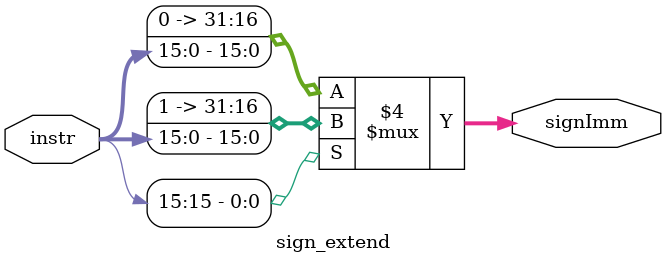
<source format=v>
/*
* Module: Sign Extention
* File Name: Sign_Extend.v
* Description: copies the sign bit of a short input into all of the upper bits of the longer output.
* Author: Mohamed Elshafie
*/
module sign_extend(
/************************ Input Ports ************************/
input wire [15:0] instr,

/************************ Output Ports ************************/
output reg [31:0] signImm


);

/************************ Code Start ************************/
always @(*)begin
if(instr[15]==1'b0) //check on the MSB of the instruction
signImm={ {16{1'b0} },instr}; //if the number is positive
else 
signImm={ {16{1'b1} },instr}; //if the number is negative
end
endmodule


</source>
